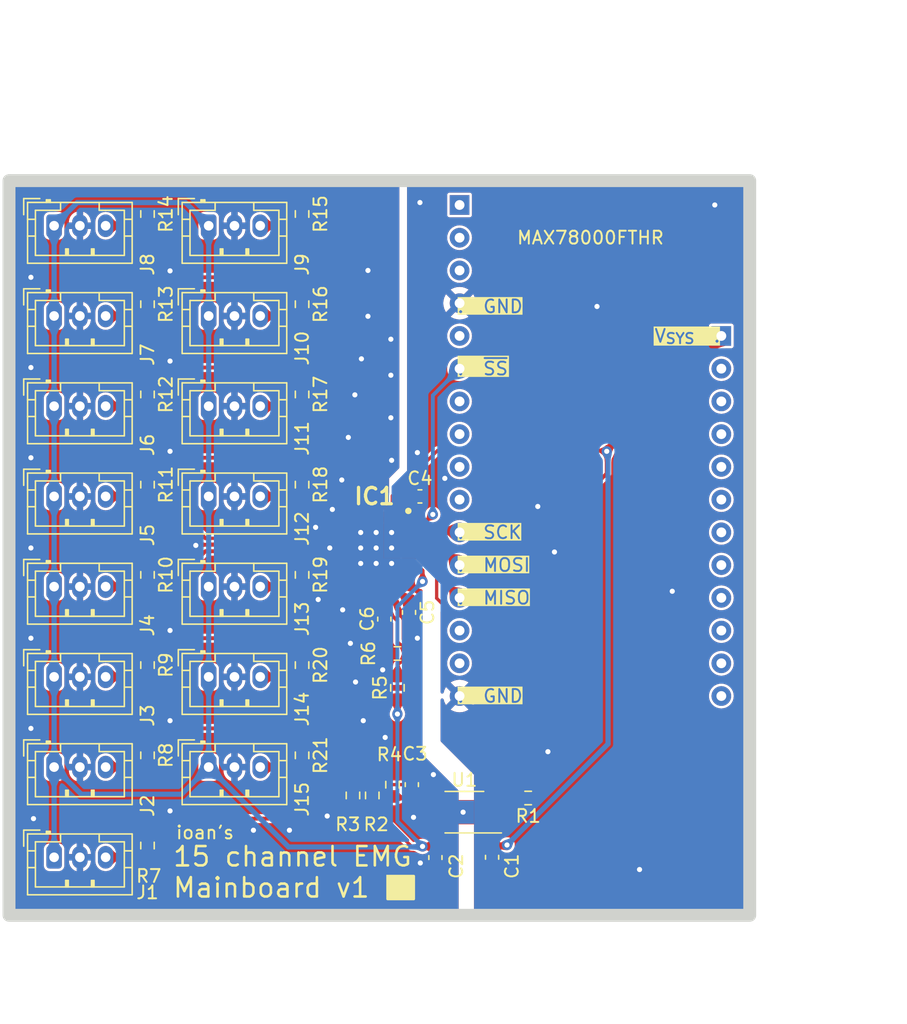
<source format=kicad_pcb>
(kicad_pcb (version 20221018) (generator pcbnew)
  (layers (0 "F.Cu" mixed) (31 "B.Cu" mixed) (34 "B.Paste" user) (35 "F.Paste" user) (36 "B.SilkS" user "B.Silkscreen") (37 "F.SilkS" user "F.Silkscreen") (38 "B.Mask" user) (39 "F.Mask" user) (44 "Edge.Cuts" user))
  (net 0 "")
  (net 1 "GND")
  (net 2 "SCK")
  (net 3 "MOSI")
  (net 4 "MISO")
  (net 6 "Net-(U1-ILIM)")
  (net 7 "Net-(U1-SET)")
  (net 8 "Net-(IC1-REGCAPD)")
  (net 9 "VDDA")
  (net 10 "Net-(IC1-REGCAPA)")
  (net 11 "V0")
  (net 12 "V1")
  (net 13 "V2")
  (net 14 "V3")
  (net 15 "V4")
  (net 16 "V5")
  (net 17 "V6")
  (net 18 "V7")
  (net 19 "V8")
  (net 20 "V9")
  (net 21 "V10")
  (net 22 "V11")
  (net 23 "V12")
  (net 24 "V13")
  (net 25 "V14")
  (net 26 "~{SS}")
  (net 27 "Net-(U1-PGFB)")
  (net 28 "VCC")
  (net 50 "COM")
  (footprint "Resistor_SMD:R_0603_1608Metric_Pad0.98x0.95mm_HandSolder" (layer "F.Cu") (at 101.25 71.0875 -90)
    (fp_text reference "R12" (at 0 -1.43 90) (layer "F.SilkS"))
    (fp_text value "1M")
    (pad "1" smd roundrect (at -0.9125 0 270) (size 0.975 0.95) (layers "F.Cu" "F.Paste" "F.Mask") (net 1 "GND"))
    (pad "2" smd roundrect (at 0.9125 0 270) (size 0.975 0.95) (layers "F.Cu" "F.Paste" "F.Mask") (net 16 "V5"))
  )
  (footprint "Capacitor_SMD:C_0603_1608Metric_Pad1.08x0.95mm_HandSolder" (layer "F.Cu") (at 121.77 101.3625 90)
    (fp_text reference "C3" (at 2.387499 0.25 180) (layer "F.SilkS"))
    (fp_text value "1uF")
    (pad "1" smd roundrect (at -0.8625 0 90) (size 1.075 0.95) (layers "F.Cu" "F.Paste" "F.Mask") (net 7 "Net-(U1-SET)"))
    (pad "2" smd roundrect (at 0.8625 0 90) (size 1.075 0.95) (layers "F.Cu" "F.Paste" "F.Mask") (net 1 "GND"))
  )
  (footprint "Connector_JST:JST_PH_B3B-PH-K_1x03_P2.00mm_Vertical" (layer "F.Cu") (at 94 58)
    (fp_text reference "J8" (at 7.25 3 90) (layer "F.SilkS"))
    (fp_text value "Conn_01x03")
    (pad "1" thru_hole roundrect (at 0 0) (size 1.2 1.75) (drill 0.75) (layers "*.Cu" "*.Mask") (roundrect_rratio 0.208333) (net 9 "VDDA"))
    (pad "2" thru_hole oval (at 2 0) (size 1.2 1.75) (drill 0.75) (layers "*.Cu" "*.Mask") (net 1 "GND"))
    (pad "3" thru_hole oval (at 4 0) (size 1.2 1.75) (drill 0.75) (layers "*.Cu" "*.Mask") (net 18 "V7"))
  )
  (footprint "Resistor_SMD:R_0603_1608Metric_Pad0.98x0.95mm_HandSolder" (layer "F.Cu") (at 120.27 101.3675 -90)
    (fp_text reference "R4" (at -2.3375 0.25 -180) (layer "F.SilkS"))
    (fp_text value "33.3k")
    (pad "1" smd roundrect (at -0.9125 0 270) (size 0.975 0.95) (layers "F.Cu" "F.Paste" "F.Mask") (net 1 "GND"))
    (pad "2" smd roundrect (at 0.9125 0 270) (size 0.975 0.95) (layers "F.Cu" "F.Paste" "F.Mask") (net 7 "Net-(U1-SET)"))
  )
  (footprint "Capacitor_SMD:C_0603_1608Metric_Pad1.08x0.95mm_HandSolder" (layer "F.Cu") (at 122.4 79 180)
    (fp_text reference "C4" (at 0 1.4) (layer "F.SilkS"))
    (fp_text value "0.1uF")
    (pad "1" smd roundrect (at -0.8625 0 180) (size 1.075 0.95) (layers "F.Cu" "F.Paste" "F.Mask") (net 1 "GND"))
    (pad "2" smd roundrect (at 0.8625 0 180) (size 1.075 0.95) (layers "F.Cu" "F.Paste" "F.Mask") (net 8 "Net-(IC1-REGCAPD)"))
  )
  (footprint "Capacitor_SMD:C_0603_1608Metric_Pad1.08x0.95mm_HandSolder" (layer "F.Cu") (at 128 107 -90)
    (fp_text reference "C1" (at 0.696 -1.54 -90) (layer "F.SilkS"))
    (fp_text value "4.7uF")
    (pad "1" smd roundrect (at -0.8625 0 270) (size 1.075 0.95) (layers "F.Cu" "F.Paste" "F.Mask") (net 28 "VCC"))
    (pad "2" smd roundrect (at 0.8625 0 270) (size 1.075 0.95) (layers "F.Cu" "F.Paste" "F.Mask") (net 1 "GND"))
  )
  (footprint "Connector_JST:JST_PH_B3B-PH-K_1x03_P2.00mm_Vertical" (layer "F.Cu") (at 94 86)
    (fp_text reference "J4" (at 7.25 3 90) (layer "F.SilkS"))
    (fp_text value "Conn_01x03")
    (pad "1" thru_hole roundrect (at 0 0) (size 1.2 1.75) (drill 0.75) (layers "*.Cu" "*.Mask") (roundrect_rratio 0.208333) (net 9 "VDDA"))
    (pad "2" thru_hole oval (at 2 0) (size 1.2 1.75) (drill 0.75) (layers "*.Cu" "*.Mask") (net 1 "GND"))
    (pad "3" thru_hole oval (at 4 0) (size 1.2 1.75) (drill 0.75) (layers "*.Cu" "*.Mask") (net 14 "V3"))
  )
  (footprint "Resistor_SMD:R_0603_1608Metric_Pad0.98x0.95mm_HandSolder" (layer "F.Cu") (at 120.65 91.186)
    (fp_text reference "R6" (at -2.25 0.014 90) (layer "F.SilkS"))
    (fp_text value "500k 1%")
    (pad "1" smd roundrect (at -0.9125 0) (size 0.975 0.95) (layers "F.Cu" "F.Paste" "F.Mask") (net 1 "GND"))
    (pad "2" smd roundrect (at 0.9125 0) (size 0.975 0.95) (layers "F.Cu" "F.Paste" "F.Mask") (net 50 "COM"))
  )
  (footprint "Connector_JST:JST_PH_B3B-PH-K_1x03_P2.00mm_Vertical" (layer "F.Cu") (at 106 79)
    (fp_text reference "J12" (at 7.25 2.5 90) (layer "F.SilkS"))
    (fp_text value "Conn_01x03")
    (pad "1" thru_hole roundrect (at 0 0) (size 1.2 1.75) (drill 0.75) (layers "*.Cu" "*.Mask") (roundrect_rratio 0.208333) (net 9 "VDDA"))
    (pad "2" thru_hole oval (at 2 0) (size 1.2 1.75) (drill 0.75) (layers "*.Cu" "*.Mask") (net 1 "GND"))
    (pad "3" thru_hole oval (at 4 0) (size 1.2 1.75) (drill 0.75) (layers "*.Cu" "*.Mask") (net 22 "V11"))
  )
  (footprint "Connector_JST:JST_PH_B3B-PH-K_1x03_P2.00mm_Vertical" (layer "F.Cu") (at 94 100)
    (fp_text reference "J2" (at 7.25 3 90) (layer "F.SilkS"))
    (fp_text value "Conn_01x03")
    (pad "1" thru_hole roundrect (at 0 0) (size 1.2 1.75) (drill 0.75) (layers "*.Cu" "*.Mask") (roundrect_rratio 0.208333) (net 9 "VDDA"))
    (pad "2" thru_hole oval (at 2 0) (size 1.2 1.75) (drill 0.75) (layers "*.Cu" "*.Mask") (net 1 "GND"))
    (pad "3" thru_hole oval (at 4 0) (size 1.2 1.75) (drill 0.75) (layers "*.Cu" "*.Mask") (net 12 "V1"))
  )
  (footprint "Resistor_SMD:R_0603_1608Metric_Pad0.98x0.95mm_HandSolder" (layer "F.Cu") (at 101.25 92.0875 -90)
    (fp_text reference "R9" (at 0 -1.43 90) (layer "F.SilkS"))
    (fp_text value "1M")
    (pad "1" smd roundrect (at -0.9125 0 270) (size 0.975 0.95) (layers "F.Cu" "F.Paste" "F.Mask") (net 1 "GND"))
    (pad "2" smd roundrect (at 0.9125 0 270) (size 0.975 0.95) (layers "F.Cu" "F.Paste" "F.Mask") (net 13 "V2"))
  )
  (footprint "Resistor_SMD:R_0603_1608Metric_Pad0.98x0.95mm_HandSolder" (layer "F.Cu") (at 113.25 85.0875 -90)
    (fp_text reference "R19" (at 0 -1.43 90) (layer "F.SilkS"))
    (fp_text value "1M")
    (pad "1" smd roundrect (at -0.9125 0 270) (size 0.975 0.95) (layers "F.Cu" "F.Paste" "F.Mask") (net 1 "GND"))
    (pad "2" smd roundrect (at 0.9125 0 270) (size 0.975 0.95) (layers "F.Cu" "F.Paste" "F.Mask") (net 23 "V12"))
  )
  (footprint "Connector_JST:JST_PH_B3B-PH-K_1x03_P2.00mm_Vertical" (layer "F.Cu") (at 106 58)
    (fp_text reference "J9" (at 7.25 3 90) (layer "F.SilkS"))
    (fp_text value "Conn_01x03")
    (pad "1" thru_hole roundrect (at 0 0) (size 1.2 1.75) (drill 0.75) (layers "*.Cu" "*.Mask") (roundrect_rratio 0.208333) (net 9 "VDDA"))
    (pad "2" thru_hole oval (at 2 0) (size 1.2 1.75) (drill 0.75) (layers "*.Cu" "*.Mask") (net 1 "GND"))
    (pad "3" thru_hole oval (at 4 0) (size 1.2 1.75) (drill 0.75) (layers "*.Cu" "*.Mask") (net 19 "V8"))
  )
  (footprint "Resistor_SMD:R_0603_1608Metric_Pad0.98x0.95mm_HandSolder" (layer "F.Cu") (at 113.25 64.0875 -90)
    (fp_text reference "R16" (at 0 -1.43 90) (layer "F.SilkS"))
    (fp_text value "1M")
    (pad "1" smd roundrect (at -0.9125 0 270) (size 0.975 0.95) (layers "F.Cu" "F.Paste" "F.Mask") (net 1 "GND"))
    (pad "2" smd roundrect (at 0.9125 0 270) (size 0.975 0.95) (layers "F.Cu" "F.Paste" "F.Mask") (net 20 "V9"))
  )
  (footprint "Resistor_SMD:R_0603_1608Metric_Pad0.98x0.95mm_HandSolder" (layer "F.Cu") (at 113.25 92.0875 -90)
    (fp_text reference "R20" (at 0 -1.43 90) (layer "F.SilkS"))
    (fp_text value "1M")
    (pad "1" smd roundrect (at -0.9125 0 270) (size 0.975 0.95) (layers "F.Cu" "F.Paste" "F.Mask") (net 1 "GND"))
    (pad "2" smd roundrect (at 0.9125 0 270) (size 0.975 0.95) (layers "F.Cu" "F.Paste" "F.Mask") (net 24 "V13"))
  )
  (footprint "Resistor_SMD:R_0603_1608Metric_Pad0.98x0.95mm_HandSolder" (layer "F.Cu") (at 101.25 106.0875 -90)
    (fp_text reference "R7" (at 2.3705 -0.096 -180) (layer "F.SilkS"))
    (fp_text value "1M")
    (pad "1" smd roundrect (at -0.9125 0 270) (size 0.975 0.95) (layers "F.Cu" "F.Paste" "F.Mask") (net 1 "GND"))
    (pad "2" smd roundrect (at 0.9125 0 270) (size 0.975 0.95) (layers "F.Cu" "F.Paste" "F.Mask") (net 11 "V0"))
  )
  (footprint "myo-hub:QFN50P500X500X100-33N-D" (layer "F.Cu") (at 119 83 -90)
    (fp_text reference "IC1" (at -4.006 0.128) (layer "F.SilkS") (effects (font (size 1.27 1.27) (thickness 0.254))))
    (fp_text value "AD7124-8BBCPZ-RL7" hide)
    (pad "1" smd rect (at -2.45 -1.75) (size 0.3 0.85) (layers "F.Cu" "F.Paste" "F.Mask") (net 8 "Net-(IC1-REGCAPD)"))
    (pad "2" smd rect (at -2.45 -1.25) (size 0.3 0.85) (layers "F.Cu" "F.Paste" "F.Mask") (net 28 "VCC"))
    (pad "3" smd rect (at -2.45 -0.75) (size 0.3 0.85) (layers "F.Cu" "F.Paste" "F.Mask") (net 1 "GND"))
    (pad "4" smd rect (at -2.45 -0.25) (size 0.3 0.85) (layers "F.Cu" "F.Paste" "F.Mask") (net 19 "V8"))
    (pad "5" smd rect (at -2.45 0.25) (size 0.3 0.85) (layers "F.Cu" "F.Paste" "F.Mask") (net 18 "V7"))
    (pad "6" smd rect (at -2.45 0.75) (size 0.3 0.85) (layers "F.Cu" "F.Paste" "F.Mask") (net 20 "V9"))
    (pad "7" smd rect (at -2.45 1.25) (size 0.3 0.85) (layers "F.Cu" "F.Paste" "F.Mask") (net 17 "V6"))
    (pad "8" smd rect (at -2.45 1.75) (size 0.3 0.85) (layers "F.Cu" "F.Paste" "F.Mask") (net 21 "V10"))
    (pad "9" smd rect (at -1.75 2.45 270) (size 0.3 0.85) (layers "F.Cu" "F.Paste" "F.Mask") (net 16 "V5"))
    (pad "10" smd rect (at -1.25 2.45 270) (size 0.3 0.85) (layers "F.Cu" "F.Paste" "F.Mask") (net 22 "V11"))
    (pad "11" smd rect (at -0.75 2.45 270) (size 0.3 0.85) (layers "F.Cu" "F.Paste" "F.Mask") (net 15 "V4"))
    (pad "12" smd rect (at -0.25 2.45 270) (size 0.3 0.85) (layers "F.Cu" "F.Paste" "F.Mask") (net 1 "GND"))
    (pad "13" smd rect (at 0.25 2.45 270) (size 0.3 0.85) (layers "F.Cu" "F.Paste" "F.Mask") (net 1 "GND"))
    (pad "14" smd rect (at 0.75 2.45 270) (size 0.3 0.85) (layers "F.Cu" "F.Paste" "F.Mask") (net 14 "V3"))
    (pad "15" smd rect (at 1.25 2.45 270) (size 0.3 0.85) (layers "F.Cu" "F.Paste" "F.Mask") (net 23 "V12"))
    (pad "16" smd rect (at 1.75 2.45 270) (size 0.3 0.85) (layers "F.Cu" "F.Paste" "F.Mask") (net 13 "V2"))
    (pad "17" smd rect (at 2.45 1.75) (size 0.3 0.85) (layers "F.Cu" "F.Paste" "F.Mask") (net 24 "V13"))
    (pad "18" smd rect (at 2.45 1.25) (size 0.3 0.85) (layers "F.Cu" "F.Paste" "F.Mask") (net 12 "V1"))
    (pad "19" smd rect (at 2.45 0.75) (size 0.3 0.85) (layers "F.Cu" "F.Paste" "F.Mask") (net 25 "V14"))
    (pad "20" smd rect (at 2.45 0.25) (size 0.3 0.85) (layers "F.Cu" "F.Paste" "F.Mask") (net 11 "V0"))
    (pad "21" smd rect (at 2.45 -0.25) (size 0.3 0.85) (layers "F.Cu" "F.Paste" "F.Mask") (net 50 "COM"))
    (pad "22" smd rect (at 2.45 -0.75) (size 0.3 0.85) (layers "F.Cu" "F.Paste" "F.Mask") (net 1 "GND"))
    (pad "23" smd rect (at 2.45 -1.25) (size 0.3 0.85) (layers "F.Cu" "F.Paste" "F.Mask") (net 1 "GND"))
    (pad "24" smd rect (at 2.45 -1.75) (size 0.3 0.85) (layers "F.Cu" "F.Paste" "F.Mask") (net 10 "Net-(IC1-REGCAPA)"))
    (pad "25" smd rect (at 1.75 -2.45 270) (size 0.3 0.85) (layers "F.Cu" "F.Paste" "F.Mask") (net 1 "GND"))
    (pad "26" smd rect (at 1.25 -2.45 270) (size 0.3 0.85) (layers "F.Cu" "F.Paste" "F.Mask") (net 9 "VDDA"))
    (pad "27" smd rect (at 0.75 -2.45 270) (size 0.3 0.85) (layers "F.Cu" "F.Paste" "F.Mask") (net 28 "VCC"))
    (pad "28" smd rect (at 0.25 -2.45 270) (size 0.3 0.85) (layers "F.Cu" "F.Paste" "F.Mask") (net 4 "MISO"))
    (pad "29" smd rect (at -0.25 -2.45 270) (size 0.3 0.85) (layers "F.Cu" "F.Paste" "F.Mask") (net 3 "MOSI"))
    (pad "30" smd rect (at -0.75 -2.45 270) (size 0.3 0.85) (layers "F.Cu" "F.Paste" "F.Mask") (net 2 "SCK"))
    (pad "31" smd rect (at -1.25 -2.45 270) (size 0.3 0.85) (layers "F.Cu" "F.Paste" "F.Mask") (net 1 "GND"))
    (pad "32" smd rect (at -1.75 -2.45 270) (size 0.3 0.85) (layers "F.Cu" "F.Paste" "F.Mask") (net 26 "~{SS}"))
    (pad "33" smd rect (at 0 0 270) (size 3.7 3.7) (layers "F.Cu" "F.Paste" "F.Mask") (net 1 "GND"))
  )
  (footprint "Capacitor_SMD:C_0603_1608Metric_Pad1.08x0.95mm_HandSolder" (layer "F.Cu") (at 121.550002 88 -90)
    (fp_text reference "C5" (at 0 -1.43 90) (layer "F.SilkS"))
    (fp_text value "0.1uF")
    (pad "1" smd roundrect (at -0.8625 0 270) (size 1.075 0.95) (layers "F.Cu" "F.Paste" "F.Mask") (net 10 "Net-(IC1-REGCAPA)"))
    (pad "2" smd roundrect (at 0.8625 0 270) (size 1.075 0.95) (layers "F.Cu" "F.Paste" "F.Mask") (net 1 "GND"))
  )
  (footprint "Capacitor_SMD:C_0603_1608Metric_Pad1.08x0.95mm_HandSolder" (layer "F.Cu") (at 119.634 88.519 -90)
    (fp_text reference "C6" (at -0.019 1.334 -90) (layer "F.SilkS"))
    (fp_text value "0.1uF")
    (pad "1" smd roundrect (at -0.8625 0 270) (size 1.075 0.95) (layers "F.Cu" "F.Paste" "F.Mask") (net 50 "COM"))
    (pad "2" smd roundrect (at 0.8625 0 270) (size 1.075 0.95) (layers "F.Cu" "F.Paste" "F.Mask") (net 1 "GND"))
  )
  (footprint "Resistor_SMD:R_0603_1608Metric_Pad0.98x0.95mm_HandSolder" (layer "F.Cu") (at 101.25 57.0875 -90)
    (fp_text reference "R14" (at 0 -1.43 90) (layer "F.SilkS"))
    (fp_text value "1M")
    (pad "1" smd roundrect (at -0.9125 0 270) (size 0.975 0.95) (layers "F.Cu" "F.Paste" "F.Mask") (net 1 "GND"))
    (pad "2" smd roundrect (at 0.9125 0 270) (size 0.975 0.95) (layers "F.Cu" "F.Paste" "F.Mask") (net 18 "V7"))
  )
  (footprint "Capacitor_SMD:C_0603_1608Metric_Pad1.08x0.95mm_HandSolder" (layer "F.Cu") (at 123.6 107.02 -90)
    (fp_text reference "C2" (at 0.676 -1.622 -90) (layer "F.SilkS"))
    (fp_text value "4.7uF")
    (pad "1" smd roundrect (at -0.8625 0 270) (size 1.075 0.95) (layers "F.Cu" "F.Paste" "F.Mask") (net 9 "VDDA"))
    (pad "2" smd roundrect (at 0.8625 0 270) (size 1.075 0.95) (layers "F.Cu" "F.Paste" "F.Mask") (net 1 "GND"))
  )
  (footprint "Resistor_SMD:R_0603_1608Metric_Pad0.98x0.95mm_HandSolder" (layer "F.Cu") (at 130.8 102.4 180)
    (fp_text reference "R1" (at 0 -1.4 180) (layer "F.SilkS"))
    (fp_text value "5k")
    (pad "1" smd roundrect (at -0.9125 0 180) (size 0.975 0.95) (layers "F.Cu" "F.Paste" "F.Mask") (net 1 "GND"))
    (pad "2" smd roundrect (at 0.9125 0 180) (size 0.975 0.95) (layers "F.Cu" "F.Paste" "F.Mask") (net 6 "Net-(U1-ILIM)"))
  )
  (footprint "Resistor_SMD:R_0603_1608Metric_Pad0.98x0.95mm_HandSolder" (layer "F.Cu") (at 117.2 102.2 90)
    (fp_text reference "R3" (at -2.25 -0.4) (layer "F.SilkS"))
    (fp_text value "50k")
    (pad "1" smd roundrect (at -0.9125 0 90) (size 0.975 0.95) (layers "F.Cu" "F.Paste" "F.Mask") (net 1 "GND"))
    (pad "2" smd roundrect (at 0.9125 0 90) (size 0.975 0.95) (layers "F.Cu" "F.Paste" "F.Mask") (net 27 "Net-(U1-PGFB)"))
  )
  (footprint "Resistor_SMD:R_0603_1608Metric_Pad0.98x0.95mm_HandSolder" (layer "F.Cu") (at 120.65 93.853 -90)
    (fp_text reference "R5" (at 0 1.35 90) (layer "F.SilkS"))
    (fp_text value "500k 1%")
    (pad "1" smd roundrect (at -0.9125 0 270) (size 0.975 0.95) (layers "F.Cu" "F.Paste" "F.Mask") (net 50 "COM"))
    (pad "2" smd roundrect (at 0.9125 0 270) (size 0.975 0.95) (layers "F.Cu" "F.Paste" "F.Mask") (net 9 "VDDA"))
  )
  (footprint "Resistor_SMD:R_0603_1608Metric_Pad0.98x0.95mm_HandSolder" (layer "F.Cu") (at 113.25 78.0875 -90)
    (fp_text reference "R18" (at 0 -1.43 90) (layer "F.SilkS"))
    (fp_text value "1M")
    (pad "1" smd roundrect (at -0.9125 0 270) (size 0.975 0.95) (layers "F.Cu" "F.Paste" "F.Mask") (net 1 "GND"))
    (pad "2" smd roundrect (at 0.9125 0 270) (size 0.975 0.95) (layers "F.Cu" "F.Paste" "F.Mask") (net 22 "V11"))
  )
  (footprint "Connector_JST:JST_PH_B3B-PH-K_1x03_P2.00mm_Vertical" (layer "F.Cu") (at 106 72)
    (fp_text reference "J11" (at 7.25 2.5 90) (layer "F.SilkS"))
    (fp_text value "Conn_01x03")
    (pad "1" thru_hole roundrect (at 0 0) (size 1.2 1.75) (drill 0.75) (layers "*.Cu" "*.Mask") (roundrect_rratio 0.208333) (net 9 "VDDA"))
    (pad "2" thru_hole oval (at 2 0) (size 1.2 1.75) (drill 0.75) (layers "*.Cu" "*.Mask") (net 1 "GND"))
    (pad "3" thru_hole oval (at 4 0) (size 1.2 1.75) (drill 0.75) (layers "*.Cu" "*.Mask") (net 21 "V10"))
  )
  (footprint "Resistor_SMD:R_0603_1608Metric_Pad0.98x0.95mm_HandSolder" (layer "F.Cu") (at 113.25 57.0875 -90)
    (fp_text reference "R15" (at 0 -1.43 90) (layer "F.SilkS"))
    (fp_text value "1M")
    (pad "1" smd roundrect (at -0.9125 0 270) (size 0.975 0.95) (layers "F.Cu" "F.Paste" "F.Mask") (net 1 "GND"))
    (pad "2" smd roundrect (at 0.9125 0 270) (size 0.975 0.95) (layers "F.Cu" "F.Paste" "F.Mask") (net 19 "V8"))
  )
  (footprint "Connector_JST:JST_PH_B3B-PH-K_1x03_P2.00mm_Vertical" (layer "F.Cu") (at 94 78.999999)
    (fp_text reference "J5" (at 7.25 3.000001 90) (layer "F.SilkS"))
    (fp_text value "Conn_01x03")
    (pad "1" thru_hole roundrect (at 0 0) (size 1.2 1.75) (drill 0.75) (layers "*.Cu" "*.Mask") (roundrect_rratio 0.208333) (net 9 "VDDA"))
    (pad "2" thru_hole oval (at 2 0) (size 1.2 1.75) (drill 0.75) (layers "*.Cu" "*.Mask") (net 1 "GND"))
    (pad "3" thru_hole oval (at 4 0) (size 1.2 1.75) (drill 0.75) (layers "*.Cu" "*.Mask") (net 15 "V4"))
  )
  (footprint "Connector_JST:JST_PH_B3B-PH-K_1x03_P2.00mm_Vertical" (layer "F.Cu") (at 106 93)
    (fp_text reference "J14" (at 7.25 2.5 90) (layer "F.SilkS"))
    (fp_text value "Conn_01x03")
    (pad "1" thru_hole roundrect (at 0 0) (size 1.2 1.75) (drill 0.75) (layers "*.Cu" "*.Mask") (roundrect_rratio 0.208333) (net 9 "VDDA"))
    (pad "2" thru_hole oval (at 2 0) (size 1.2 1.75) (drill 0.75) (layers "*.Cu" "*.Mask") (net 1 "GND"))
    (pad "3" thru_hole oval (at 4 0) (size 1.2 1.75) (drill 0.75) (layers "*.Cu" "*.Mask") (net 24 "V13"))
  )
  (footprint "myo-hub:MAX78000FTHR_Socket" (layer "F.Cu") (at 135.636 76.708)
    (fp_text reference "U2" hide)
    (fp_text value "~")
    (pad "1" thru_hole rect (at -10.16 -20.32) (size 1.524 1.524) (drill 0.762) (layers "*.Cu" "*.Mask"))
    (pad "2" thru_hole circle (at -10.16 -17.78) (size 1.524 1.524) (drill 0.762) (layers "*.Cu" "*.Mask"))
    (pad "3" thru_hole circle (at -10.16 -15.24) (size 1.524 1.524) (drill 0.762) (layers "*.Cu" "*.Mask"))
    (pad "4" thru_hole circle (at -10.16 -12.7) (size 1.524 1.524) (drill 0.762) (layers "*.Cu" "*.Mask") (net 1 "GND"))
    (pad "5" thru_hole circle (at -10.16 -10.16) (size 1.524 1.524) (drill 0.762) (layers "*.Cu" "*.Mask"))
    (pad "6" thru_hole circle (at -10.16 -7.62) (size 1.524 1.524) (drill 0.762) (layers "*.Cu" "*.Mask") (net 26 "~{SS}"))
    (pad "7" thru_hole circle (at -10.16 -5.08) (size 1.524 1.524) (drill 0.762) (layers "*.Cu" "*.Mask"))
    (pad "8" thru_hole circle (at -10.16 -2.54) (size 1.524 1.524) (drill 0.762) (layers "*.Cu" "*.Mask"))
    (pad "9" thru_hole circle (at -10.16 0) (size 1.524 1.524) (drill 0.762) (layers "*.Cu" "*.Mask"))
    (pad "10" thru_hole circle (at -10.16 2.54) (size 1.524 1.524) (drill 0.762) (layers "*.Cu" "*.Mask"))
    (pad "11" thru_hole circle (at -10.16 5.08) (size 1.524 1.524) (drill 0.762) (layers "*.Cu" "*.Mask") (net 2 "SCK"))
    (pad "12" thru_hole circle (at -10.16 7.62) (size 1.524 1.524) (drill 0.762) (layers "*.Cu" "*.Mask") (net 3 "MOSI"))
    (pad "13" thru_hole circle (at -10.16 10.16) (size 1.524 1.524) (drill 0.762) (layers "*.Cu" "*.Mask") (net 4 "MISO"))
    (pad "14" thru_hole circle (at -10.16 12.7) (size 1.524 1.524) (drill 0.762) (layers "*.Cu" "*.Mask"))
    (pad "15" thru_hole circle (at -10.16 15.24) (size 1.524 1.524) (drill 0.762) (layers "*.Cu" "*.Mask"))
    (pad "16" thru_hole circle (at -10.16 17.78) (size 1.524 1.524) (drill 0.762) (layers "*.Cu" "*.Mask") (net 1 "GND"))
    (pad "17" thru_hole rect (at 10.16 -10.16) (size 1.524 1.524) (drill 0.762) (layers "*.Cu" "*.Mask") (net 28 "VCC"))
    (pad "18" thru_hole circle (at 10.16 -7.62) (size 1.524 1.524) (drill 0.762) (layers "*.Cu" "*.Mask"))
    (pad "19" thru_hole circle (at 10.16 -5.08) (size 1.524 1.524) (drill 0.762) (layers "*.Cu" "*.Mask"))
    (pad "20" thru_hole circle (at 10.16 -2.54) (size 1.524 1.524) (drill 0.762) (layers "*.Cu" "*.Mask"))
    (pad "21" thru_hole circle (at 10.16 0) (size 1.524 1.524) (drill 0.762) (layers "*.Cu" "*.Mask"))
    (pad "22" thru_hole circle (at 10.16 2.54) (size 1.524 1.524) (drill 0.762) (layers "*.Cu" "*.Mask"))
    (pad "23" thru_hole circle (at 10.16 5.08) (size 1.524 1.524) (drill 0.762) (layers "*.Cu" "*.Mask"))
    (pad "24" thru_hole circle (at 10.16 7.62) (size 1.524 1.524) (drill 0.762) (layers "*.Cu" "*.Mask"))
    (pad "25" thru_hole circle (at 10.16 10.16) (size 1.524 1.524) (drill 0.762) (layers "*.Cu" "*.Mask"))
    (pad "26" thru_hole circle (at 10.16 12.7) (size 1.524 1.524) (drill 0.762) (layers "*.Cu" "*.Mask"))
    (pad "27" thru_hole circle (at 10.16 15.24) (size 1.524 1.524) (drill 0.762) (layers "*.Cu" "*.Mask"))
    (pad "28" thru_hole circle (at 10.16 17.78) (size 1.524 1.524) (drill 0.762) (layers "*.Cu" "*.Mask"))
  )
  (footprint "Connector_JST:JST_PH_B3B-PH-K_1x03_P2.00mm_Vertical" (layer "F.Cu") (at 106 100)
    (fp_text reference "J15" (at 7.25 2.5 90) (layer "F.SilkS"))
    (fp_text value "Conn_01x03")
    (pad "1" thru_hole roundrect (at 0 0) (size 1.2 1.75) (drill 0.75) (layers "*.Cu" "*.Mask") (roundrect_rratio 0.208333) (net 9 "VDDA"))
    (pad "2" thru_hole oval (at 2 0) (size 1.2 1.75) (drill 0.75) (layers "*.Cu" "*.Mask") (net 1 "GND"))
    (pad "3" thru_hole oval (at 4 0) (size 1.2 1.75) (drill 0.75) (layers "*.Cu" "*.Mask") (net 25 "V14"))
  )
  (footprint "Resistor_SMD:R_0603_1608Metric_Pad0.98x0.95mm_HandSolder" (layer "F.Cu") (at 118.7 102.2 -90)
    (fp_text reference "R2" (at 2.25 -0.3) (layer "F.SilkS"))
    (fp_text value "450k")
    (pad "1" smd roundrect (at -0.9125 0 270) (size 0.975 0.95) (layers "F.Cu" "F.Paste" "F.Mask") (net 27 "Net-(U1-PGFB)"))
    (pad "2" smd roundrect (at 0.9125 0 270) (size 0.975 0.95) (layers "F.Cu" "F.Paste" "F.Mask") (net 9 "VDDA"))
  )
  (footprint "Resistor_SMD:R_0603_1608Metric_Pad0.98x0.95mm_HandSolder" (layer "F.Cu") (at 101.25 64.0875 -90)
    (fp_text reference "R13" (at 0 -1.43 90) (layer "F.SilkS"))
    (fp_text value "1M")
    (pad "1" smd roundrect (at -0.9125 0 270) (size 0.975 0.95) (layers "F.Cu" "F.Paste" "F.Mask") (net 1 "GND"))
    (pad "2" smd roundrect (at 0.9125 0 270) (size 0.975 0.95) (layers "F.Cu" "F.Paste" "F.Mask") (net 17 "V6"))
  )
  (footprint "Package_SO:MSOP-10-1EP_3x3mm_P0.5mm_EP1.68x1.88mm" (layer "F.Cu") (at 125.85 103.5 180)
    (fp_text reference "U1" (at 0 2.5) (layer "F.SilkS"))
    (fp_text value "LT3042xMSE")
    (pad "1" smd roundrect (at -2.15 -1 180) (size 1.45 0.3) (layers "F.Cu" "F.Paste" "F.Mask") (net 28 "VCC"))
    (pad "2" smd roundrect (at -2.15 -0.5 180) (size 1.45 0.3) (layers "F.Cu" "F.Paste" "F.Mask") (net 28 "VCC"))
    (pad "3" smd roundrect (at -2.15 0 180) (size 1.45 0.3) (layers "F.Cu" "F.Paste" "F.Mask") (net 28 "VCC"))
    (pad "4" smd roundrect (at -2.15 0.5 180) (size 1.45 0.3) (layers "F.Cu" "F.Paste" "F.Mask"))
    (pad "5" smd roundrect (at -2.15 1 180) (size 1.45 0.3) (layers "F.Cu" "F.Paste" "F.Mask") (net 6 "Net-(U1-ILIM)"))
    (pad "6" smd roundrect (at 2.15 1 180) (size 1.45 0.3) (layers "F.Cu" "F.Paste" "F.Mask") (net 27 "Net-(U1-PGFB)"))
    (pad "7" smd roundrect (at 2.15 0.5 180) (size 1.45 0.3) (layers "F.Cu" "F.Paste" "F.Mask") (net 7 "Net-(U1-SET)"))
    (pad "8" smd roundrect (at 2.15 0 180) (size 1.45 0.3) (layers "F.Cu" "F.Paste" "F.Mask") (net 1 "GND"))
    (pad "9" smd roundrect (at 2.15 -0.5 180) (size 1.45 0.3) (layers "F.Cu" "F.Paste" "F.Mask") (net 9 "VDDA"))
    (pad "10" smd roundrect (at 2.15 -1 180) (size 1.45 0.3) (layers "F.Cu" "F.Paste" "F.Mask") (net 9 "VDDA"))
    (pad "11" smd rect (at 0 0 180) (size 1.68 1.88) (layers "F.Cu" "F.Mask") (net 1 "GND"))
  )
  (footprint "Connector_JST:JST_PH_B3B-PH-K_1x03_P2.00mm_Vertical" (layer "F.Cu") (at 94 92.999999)
    (fp_text reference "J3" (at 7.25 3.000001 90) (layer "F.SilkS"))
    (fp_text value "Conn_01x03")
    (pad "1" thru_hole roundrect (at 0 0) (size 1.2 1.75) (drill 0.75) (layers "*.Cu" "*.Mask") (roundrect_rratio 0.208333) (net 9 "VDDA"))
    (pad "2" thru_hole oval (at 2 0) (size 1.2 1.75) (drill 0.75) (layers "*.Cu" "*.Mask") (net 1 "GND"))
    (pad "3" thru_hole oval (at 4 0) (size 1.2 1.75) (drill 0.75) (layers "*.Cu" "*.Mask") (net 13 "V2"))
  )
  (footprint "Connector_JST:JST_PH_B3B-PH-K_1x03_P2.00mm_Vertical" (layer "F.Cu") (at 94 107)
    (fp_text reference "J1" (at 7.25 2.728 180) (layer "F.SilkS"))
    (fp_text value "Conn_01x03")
    (pad "1" thru_hole roundrect (at 0 0) (size 1.2 1.75) (drill 0.75) (layers "*.Cu" "*.Mask") (roundrect_rratio 0.208333) (net 9 "VDDA"))
    (pad "2" thru_hole oval (at 2 0) (size 1.2 1.75) (drill 0.75) (layers "*.Cu" "*.Mask") (net 1 "GND"))
    (pad "3" thru_hole oval (at 4 0) (size 1.2 1.75) (drill 0.75) (layers "*.Cu" "*.Mask") (net 11 "V0"))
  )
  (footprint "Connector_JST:JST_PH_B3B-PH-K_1x03_P2.00mm_Vertical" (layer "F.Cu") (at 106 86)
    (fp_text reference "J13" (at 7.25 2.5 90) (layer "F.SilkS"))
    (fp_text value "Conn_01x03")
    (pad "1" thru_hole roundrect (at 0 0) (size 1.2 1.75) (drill 0.75) (layers "*.Cu" "*.Mask") (roundrect_rratio 0.208333) (net 9 "VDDA"))
    (pad "2" thru_hole oval (at 2 0) (size 1.2 1.75) (drill 0.75) (layers "*.Cu" "*.Mask") (net 1 "GND"))
    (pad "3" thru_hole oval (at 4 0) (size 1.2 1.75) (drill 0.75) (layers "*.Cu" "*.Mask") (net 23 "V12"))
  )
  (footprint "Resistor_SMD:R_0603_1608Metric_Pad0.98x0.95mm_HandSolder" (layer "F.Cu") (at 101.25 78.0875 -90)
    (fp_text reference "R11" (at 0 -1.43 90) (layer "F.SilkS"))
    (fp_text value "1M")
    (pad "1" smd roundrect (at -0.9125 0 270) (size 0.975 0.95) (layers "F.Cu" "F.Paste" "F.Mask") (net 1 "GND"))
    (pad "2" smd roundrect (at 0.9125 0 270) (size 0.975 0.95) (layers "F.Cu" "F.Paste" "F.Mask") (net 15 "V4"))
  )
  (footprint "Resistor_SMD:R_0603_1608Metric_Pad0.98x0.95mm_HandSolder" (layer "F.Cu") (at 113.25 99.0875 -90)
    (fp_text reference "R21" (at 0 -1.43 90) (layer "F.SilkS"))
    (fp_text value "1M")
    (pad "1" smd roundrect (at -0.9125 0 270) (size 0.975 0.95) (layers "F.Cu" "F.Paste" "F.Mask") (net 1 "GND"))
    (pad "2" smd roundrect (at 0.9125 0 270) (size 0.975 0.95) (layers "F.Cu" "F.Paste" "F.Mask") (net 25 "V14"))
  )
  (footprint "Connector_JST:JST_PH_B3B-PH-K_1x03_P2.00mm_Vertical" (layer "F.Cu") (at 94 65)
    (fp_text reference "J7" (at 7.25 3 90) (layer "F.SilkS"))
    (fp_text value "Conn_01x03")
    (pad "1" thru_hole roundrect (at 0 0) (size 1.2 1.75) (drill 0.75) (layers "*.Cu" "*.Mask") (roundrect_rratio 0.208333) (net 9 "VDDA"))
    (pad "2" thru_hole oval (at 2 0) (size 1.2 1.75) (drill 0.75) (layers "*.Cu" "*.Mask") (net 1 "GND"))
    (pad "3" thru_hole oval (at 4 0) (size 1.2 1.75) (drill 0.75) (layers "*.Cu" "*.Mask") (net 17 "V6"))
  )
  (footprint "Resistor_SMD:R_0603_1608Metric_Pad0.98x0.95mm_HandSolder" (layer "F.Cu") (at 101.25 85.0875 -90)
    (fp_text reference "R10" (at 0 -1.43 90) (layer "F.SilkS"))
    (fp_text value "1M")
    (pad "1" smd roundrect (at -0.9125 0 270) (size 0.975 0.95) (layers "F.Cu" "F.Paste" "F.Mask") (net 1 "GND"))
    (pad "2" smd roundrect (at 0.9125 0 270) (size 0.975 0.95) (layers "F.Cu" "F.Paste" "F.Mask") (net 14 "V3"))
  )
  (footprint "Connector_JST:JST_PH_B3B-PH-K_1x03_P2.00mm_Vertical" (layer "F.Cu") (at 106 65)
    (fp_text reference "J10" (at 7.25 2.5 90) (layer "F.SilkS"))
    (fp_text value "Conn_01x03")
    (pad "1" thru_hole roundrect (at 0 0) (size 1.2 1.75) (drill 0.75) (layers "*.Cu" "*.Mask") (roundrect_rratio 0.208333) (net 9 "VDDA"))
    (pad "2" thru_hole oval (at 2 0) (size 1.2 1.75) (drill 0.75) (layers "*.Cu" "*.Mask") (net 1 "GND"))
    (pad "3" thru_hole oval (at 4 0) (size 1.2 1.75) (drill 0.75) (layers "*.Cu" "*.Mask") (net 20 "V9"))
  )
  (footprint "Resistor_SMD:R_0603_1608Metric_Pad0.98x0.95mm_HandSolder" (layer "F.Cu") (at 113.25 71.0875 -90)
    (fp_text reference "R17" (at 0 -1.43 90) (layer "F.SilkS"))
    (fp_text value "1M")
    (pad "1" smd roundrect (at -0.9125 0 270) (size 0.975 0.95) (layers "F.Cu" "F.Paste" "F.Mask") (net 1 "GND"))
    (pad "2" smd roundrect (at 0.9125 0 270) (size 0.975 0.95) (layers "F.Cu" "F.Paste" "F.Mask") (net 21 "V10"))
  )
  (footprint "Connector_JST:JST_PH_B3B-PH-K_1x03_P2.00mm_Vertical" (layer "F.Cu") (at 94 72)
    (fp_text reference "J6" (at 7.25 3 90) (layer "F.SilkS"))
    (fp_text value "Conn_01x03")
    (pad "1" thru_hole roundrect (at 0 0) (size 1.2 1.75) (drill 0.75) (layers "*.Cu" "*.Mask") (roundrect_rratio 0.208333) (net 9 "VDDA"))
    (pad "2" thru_hole oval (at 2 0) (size 1.2 1.75) (drill 0.75) (layers "*.Cu" "*.Mask") (net 1 "GND"))
    (pad "3" thru_hole oval (at 4 0) (size 1.2 1.75) (drill 0.75) (layers "*.Cu" "*.Mask") (net 16 "V5"))
  )
  (footprint "Resistor_SMD:R_0603_1608Metric_Pad0.98x0.95mm_HandSolder" (layer "F.Cu") (at 101.25 99.0875 -90)
    (fp_text reference "R8" (at 0 -1.43 90) (layer "F.SilkS"))
    (fp_text value "1M")
    (pad "1" smd roundrect (at -0.9125 0 270) (size 0.975 0.95) (layers "F.Cu" "F.Paste" "F.Mask") (net 1 "GND"))
    (pad "2" smd roundrect (at 0.9125 0 270) (size 0.975 0.95) (layers "F.Cu" "F.Paste" "F.Mask") (net 12 "V1"))
  )
  (gr_rect (start 119.888 108.458) (end 121.92 110.236) (stroke (width 0.2)) (fill solid) (layer "F.SilkS"))
  (gr_rect (start 90.5 54.5) (end 148 111.5) (stroke (width 1)) (fill none) (layer "Edge.Cuts"))
  (gr_text ".  GND" (at 125.222 64.262) (layer "F.SilkS" knockout) (effects (font (size 1 1)) (justify left)))
  (gr_text ".  SCK" (at 125.222 81.788) (layer "F.SilkS" knockout) (effects (font (size 1 1)) (justify left)))
  (gr_text ".  GND" (at 125.222 94.488) (layer "F.SilkS" knockout) (effects (font (size 1 1)) (justify left)))
  (gr_text "ioan's" (at 103.378 105.664) (layer "F.SilkS") (effects (font (size 1 1)) (justify left bottom)))
  (gr_text "MAX78000FTHR" (at 135.636 58.928) (layer "F.SilkS") (effects (font (size 1 1))))
  (gr_text "15 channel EMG\nMainboard v1" (at 103.124 110.236) (layer "F.SilkS") (effects (font (size 1.5 1.5) (thickness 0.2)) (justify left bottom)))
  (gr_text ".  MOSI" (at 125.222 84.328) (layer "F.SilkS" knockout) (effects (font (size 1 1)) (justify left)))
  (gr_text ".  MISO" (at 125.222 86.868) (layer "F.SilkS" knockout) (effects (font (size 1 1)) (justify left)))
  (gr_text "V_{SYS}  ." (at 145.796 66.548) (layer "F.SilkS" knockout) (effects (font (size 1 1)) (justify right)))
  (gr_text ".  ~{SS}" (at 125.222 69.088) (layer "F.SilkS" knockout) (effects (font (size 1 1)) (justify left)))
  (via (at 116.332 77.724) (size 0.8) (drill 0.4) (layers "F.Cu" "B.Cu") (net 1))
  (via (at 92.2 76) (size 0.8) (drill 0.4) (layers "F.Cu" "B.Cu") (net 1))
  (via (at 109.474 104.902) (size 0.8) (drill 0.4) (layers "F.Cu" "B.Cu") (net 1))
  (via (at 117 90.400002) (size 0.8) (drill 0.4) (layers "F.Cu" "B.Cu") (net 1))
  (via (at 119 84.2) (size 0.8) (drill 0.4) (layers "F.Cu" "B.Cu") (net 1))
  (via (at 92.4 104) (size 0.8) (drill 0.4) (layers "F.Cu" "B.Cu") (net 1))
  (via (at 122.2 75.6) (size 0.8) (drill 0.4) (layers "F.Cu" "B.Cu") (net 1))
  (via (at 125.75 103.5) (size 0.8) (drill 0.4) (layers "F.Cu" "B.Cu") (net 1))
  (via (at 117.348 71.12) (size 0.8) (drill 0.4) (layers "F.Cu" "B.Cu") (net 1))
  (via (at 92.2 97) (size 0.8) (drill 0.4) (layers "F.Cu" "B.Cu") (net 1))
  (via (at 117.8 83) (size 0.8) (drill 0.4) (layers "F.Cu" "B.Cu") (net 1))
  (via (at 120.2 84.2) (size 0.8) (drill 0.4) (layers "F.Cu" "B.Cu") (net 1))
  (via (at 92.2 62) (size 0.8) (drill 0.4) (layers "F.Cu" "B.Cu") (net 1))
  (via (at 120.2 83) (size 0.8) (drill 0.4) (layers "F.Cu" "B.Cu") (net 1))
  (via (at 139.446 107.95) (size 0.8) (drill 0.4) (layers "F.Cu" "B.Cu") (net 1))
  (via (at 120.2 81.8) (size 0.8) (drill 0.4) (layers "F.Cu" "B.Cu") (net 1))
  (via (at 114.3 81.4) (size 0.8) (drill 0.4) (layers "F.Cu" "B.Cu") (net 1))
  (via (at 119.7 97.7) (size 0.8) (drill 0.4) (layers "F.Cu" "B.Cu") (net 1))
  (via (at 132.334 98.806) (size 0.8) (drill 0.4) (layers "F.Cu" "B.Cu") (net 1))
  (via (at 103 103.4) (size 0.8) (drill 0.4) (layers "F.Cu" "B.Cu") (net 1))
  (via (at 122.428 107.442) (size 0.8) (drill 0.4) (layers "F.Cu" "B.Cu") (net 1))
  (via (at 117.8 81.8) (size 0.8) (drill 0.4) (layers "F.Cu" "B.Cu") (net 1))
  (via (at 120.142 72.898) (size 0.8) (drill 0.4) (layers "F.Cu" "B.Cu") (net 1))
  (via (at 119.507 92.456) (size 0.8) (drill 0.4) (layers "F.Cu" "B.Cu") (net 1))
  (via (at 120.142 66.802) (size 0.8) (drill 0.4) (layers "F.Cu" "B.Cu") (net 1))
  (via (at 114.5 87) (size 0.8) (drill 0.4) (layers "F.Cu" "B.Cu") (net 1))
  (via (at 136.144 64.262) (size 0.8) (drill 0.4) (layers "F.Cu" "B.Cu") (net 1))
  (via (at 112.268 104.902) (size 0.8) (drill 0.4) (layers "F.Cu" "B.Cu") (net 1))
  (via (at 115.2 103.8) (size 0.8) (drill 0.4) (layers "F.Cu" "B.Cu") (net 1))
  (via (at 92.2 90) (size 0.8) (drill 0.4) (layers "F.Cu" "B.Cu") (net 1))
  (via (at 117.8 84.2) (size 0.8) (drill 0.4) (layers "F.Cu" "B.Cu") (net 1))
  (via (at 118.364 61.468) (size 0.8) (drill 0.4) (layers "F.Cu" "B.Cu") (net 1))
  (via (at 145.288 56.388) (size 0.8) (drill 0.4) (layers "F.Cu" "B.Cu") (net 1))
  (via (at 120.142 69.596) (size 0.8) (drill 0.4) (layers "F.Cu" "B.Cu") (net 1))
  (via (at 103 96.4) (size 0.8) (drill 0.4) (layers "F.Cu" "B.Cu") (net 1))
  (via (at 119 81.8) (size 0.8) (drill 0.4) (layers "F.Cu" "B.Cu") (net 1))
  (via (at 116.84 74.422) (size 0.8) (drill 0.4) (layers "F.Cu" "B.Cu") (net 1))
  (via (at 103 61.5) (size 0.8) (drill 0.4) (layers "F.Cu" "B.Cu") (net 1))
  (via (at 115.4 83) (size 0.8) (drill 0.4) (layers "F.Cu" "B.Cu") (net 1))
  (via (at 121.9 103.9) (size 0.8) (drill 0.4) (layers "F.Cu" "B.Cu") (net 1))
  (via (at 123.444 100.584) (size 0.8) (drill 0.4) (layers "F.Cu" "B.Cu") (net 1))
  (via (at 120.2 76.2) (size 0.8) (drill 0.4) (layers "F.Cu" "B.Cu") (net 1))
  (via (at 92.2 69) (size 0.8) (drill 0.4) (layers "F.Cu" "B.Cu") (net 1))
  (via (at 118.364 65.024) (size 0.8) (drill 0.4) (layers "F.Cu" "B.Cu") (net 1))
  (via (at 122.4 56.2) (size 0.8) (drill 0.4) (layers "F.Cu" "B.Cu") (net 1))
  (via (at 115.6 80.01) (size 0.8) (drill 0.4) (layers "F.Cu" "B.Cu") (net 1))
  (via (at 132.842 83.312) (size 0.8) (drill 0.4) (layers "F.Cu" "B.Cu") (net 1))
  (via (at 141.986 86.36) (size 0.8) (drill 0.4) (layers "F.Cu" "B.Cu") (net 1))
  (via (at 103 68.5) (size 0.8) (drill 0.4) (layers "F.Cu" "B.Cu") (net 1))
  (via (at 103 89.4) (size 0.8) (drill 0.4) (layers "F.Cu" "B.Cu") (net 1))
  (via (at 92.2 83) (size 0.8) (drill 0.4) (layers "F.Cu" "B.Cu") (net 1))
  (via (at 118.999998 83) (size 0.8) (drill 0.4) (layers "F.Cu" "B.Cu") (net 1))
  (via (at 116.4 87.8) (size 0.8) (drill 0.4) (layers "F.Cu" "B.Cu") (net 1))
  (via (at 122.2 90) (size 0.8) (drill 0.4) (layers "F.Cu" "B.Cu") (net 1))
  (via (at 117.856 68.326) (size 0.8) (drill 0.4) (layers "F.Cu" "B.Cu") (net 1))
  (via (at 124.330331 77.6) (size 0.8) (drill 0.4) (layers "F.Cu" "B.Cu") (net 1))
  (via (at 105 82.8) (size 0.8) (drill 0.4) (layers "F.Cu" "B.Cu") (net 1))
  (via (at 118 96.4) (size 0.8) (drill 0.4) (layers "F.Cu" "B.Cu") (net 1))
  (via (at 131.547082 79.780928) (size 0.8) (drill 0.4) (layers "F.Cu" "B.Cu") (net 1))
  (via (at 117.4 93.4) (size 0.8) (drill 0.4) (layers "F.Cu" "B.Cu") (net 1))
  (via (at 103 75.5) (size 0.8) (drill 0.4) (layers "F.Cu" "B.Cu") (net 1))
  (segment (start 124.2 81.788) (end 125.476 81.788) (width 0.254) (layer "F.Cu") (net 2))
  (segment (start 123.738 82.25) (end 121.45 82.25) (width 0.254) (layer "F.Cu") (net 2))
  (segment (start 124.2 81.788) (end 123.738 82.25) (width 0.254) (layer "F.Cu") (net 2))
  (segment (start 121.45 82.75) (end 123.898 82.75) (width 0.254) (layer "F.Cu") (net 3))
  (segment (start 123.898 82.75) (end 125.476 84.328) (width 0.254) (layer "F.Cu") (net 3))
  (segment (start 122.735855 83.25) (end 124.714001 85.228146) (width 0.254) (layer "F.Cu") (net 4))
  (segment (start 124.714001 85.228146) (end 124.714001 86.106001) (width 0.3) (layer "F.Cu") (net 4))
  (segment (start 124.714001 86.106001) (end 125.476 86.868) (width 0.3) (layer "F.Cu") (net 4))
  (segment (start 121.45 83.25) (end 122.735855 83.25) (width 0.254) (layer "F.Cu") (net 4))
  (segment (start 128 102.5) (end 129.7875 102.5) (width 0.3) (layer "F.Cu") (net 6))
  (segment (start 122.77 103) (end 123.7 103) (width 0.254) (layer "F.Cu") (net 7))
  (segment (start 120.27 102.442499) (end 121.769999 102.442499) (width 0.254) (layer "F.Cu") (net 7))
  (segment (start 122.2125 102.4425) (end 122.77 103) (width 0.254) (layer "F.Cu") (net 7))
  (segment (start 121.77 102.4425) (end 122.2125 102.4425) (width 0.254) (layer "F.Cu") (net 7))
  (segment (start 120.75 79.662502) (end 121.550002 78.8625) (width 0.3) (layer "F.Cu") (net 8))
  (segment (start 120.75 80.55) (end 120.75 79.662502) (width 0.254) (layer "F.Cu") (net 8))
  (segment (start 120.65 95.885) (end 120.65 94.7655) (width 0.3) (layer "F.Cu") (net 9))
  (segment (start 123.6 106.1575) (end 122.599986 106.1575) (width 0.4) (layer "F.Cu") (net 9))
  (segment (start 123.7 104.5) (end 123.7 106.0575) (width 0.4) (layer "F.Cu") (net 9))
  (segment (start 118.7 103.1125) (end 121.745 106.1575) (width 0.254) (layer "F.Cu") (net 9))
  (segment (start 121.745 106.1575) (end 122.599986 106.1575) (width 0.254) (layer "F.Cu") (net 9))
  (segment (start 123.7 104.5) (end 123.7 104.05) (width 0.4) (layer "F.Cu") (net 9))
  (segment (start 121.45 84.25) (end 122.096 84.25) (width 0.254) (layer "F.Cu") (net 9))
  (segment (start 122.096 84.25) (end 122.6 84.754) (width 0.3) (layer "F.Cu") (net 9))
  (segment (start 123.7 106.0575) (end 123.6 106.1575) (width 0.4) (layer "F.Cu") (net 9))
  (segment (start 122.6 84.754) (end 122.6 85.6) (width 0.3) (layer "F.Cu") (net 9))
  (via (at 122.599986 106.1575) (size 0.8) (drill 0.4) (layers "F.Cu" "B.Cu") (net 9))
  (via (at 120.65 95.885) (size 0.8) (drill 0.4) (layers "F.Cu" "B.Cu") (net 9))
  (via (at 122.6 85.6) (size 0.8) (drill 0.4) (layers "F.Cu" "B.Cu") (net 9))
  (segment (start 106 58) (end 104.2 56.2) (width 0.4) (layer "B.Cu") (net 9))
  (segment (start 95.8 56.2) (end 94 58) (width 0.4) (layer "B.Cu") (net 9))
  (segment (start 106 72) (end 106 79) (width 0.4) (layer "B.Cu") (net 9))
  (segment (start 94 92.999999) (end 94 100) (width 0.4) (layer "B.Cu") (net 9))
  (segment (start 106 100) (end 112.200002 106.200002) (width 0.4) (layer "B.Cu") (net 9))
  (segment (start 122.6 85.6) (end 120.65 87.55) (width 0.3) (layer "B.Cu") (net 9))
  (segment (start 106 100) (end 103.892 102.108) (width 0.4) (layer "B.Cu") (net 9))
  (segment (start 120.65 104.207514) (end 122.599986 106.1575) (width 0.3) (layer "B.Cu") (net 9))
  (segment (start 120.65 87.55) (end 120.65 95.885) (width 0.3) (layer "B.Cu") (net 9))
  (segment (start 94 72) (end 94 78.999999) (width 0.4) (layer "B.Cu") (net 9))
  (segment (start 106 65) (end 106 72) (width 0.4) (layer "B.Cu") (net 9))
  (segment (start 112.200002 106.200002) (end 122.557484 106.200002) (width 0.4) (layer "B.Cu") (net 9))
  (segment (start 106 93) (end 106 100) (width 0.4) (layer "B.Cu") (net 9))
  (segment (start 106 58) (end 106 65) (width 0.4) (layer "B.Cu") (net 9))
  (segment (start 106 79) (end 106 86) (width 0.4) (layer "B.Cu") (net 9))
  (segment (start 106 86) (end 106 93) (width 0.4) (layer "B.Cu") (net 9))
  (segment (start 94 86) (end 94 92.999999) (width 0.4) (layer "B.Cu") (net 9))
  (segment (start 104.2 56.2) (end 95.8 56.2) (width 0.4) (layer "B.Cu") (net 9))
  (segment (start 94 65) (end 94 72) (width 0.4) (layer "B.Cu") (net 9))
  (segment (start 96.108 102.108) (end 94 100) (width 0.4) (layer "B.Cu") (net 9))
  (segment (start 94 78.999999) (end 94 86) (width 0.4) (layer "B.Cu") (net 9))
  (segment (start 120.65 95.885) (end 120.65 104.207514) (width 0.3) (layer "B.Cu") (net 9))
  (segment (start 94 100) (end 94 107) (width 0.4) (layer "B.Cu") (net 9))
  (segment (start 94 58) (end 94 65) (width 0.4) (layer "B.Cu") (net 9))
  (segment (start 103.892 102.108) (end 96.108 102.108) (width 0.4) (layer "B.Cu") (net 9))
  (segment (start 121.550002 87.1375) (end 120.75 86.337498) (width 0.3) (layer "F.Cu") (net 10))
  (segment (start 120.75 86.337498) (end 120.75 85.45) (width 0.254) (layer "F.Cu") (net 10))
  (segment (start 104.25 104) (end 112.4 104) (width 0.3) (layer "F.Cu") (net 11))
  (segment (start 118.75 97.65) (end 118.75 85.45) (width 0.254) (layer "F.Cu") (net 11))
  (segment (start 112.4 104) (end 118.75 97.65) (width 0.3) (layer "F.Cu") (net 11))
  (segment (start 101.25 107) (end 104.25 104) (width 0.3) (layer "F.Cu") (net 11))
  (segment (start 101.25 107) (end 98 107) (width 0.3) (layer "F.Cu") (net 11))
  (segment (start 101.25 100) (end 104.25 97) (width 0.3) (layer "F.Cu") (net 12))
  (segment (start 98 100) (end 101.25 100) (width 0.3) (layer "F.Cu") (net 12))
  (segment (start 104.25 97) (end 112.6 97) (width 0.3) (layer "F.Cu") (net 12))
  (segment (start 112.6 97) (end 117.75 91.85) (width 0.3) (layer "F.Cu") (net 12))
  (segment (start 117.75 91.85) (end 117.75 85.45) (width 0.254) (layer "F.Cu") (net 12))
  (segment (start 113 90) (end 116.550001 86.449999) (width 0.3) (layer "F.Cu") (net 13))
  (segment (start 116.550001 86.449999) (end 116.55 84.75) (width 0.254) (layer "F.Cu") (net 13))
  (segment (start 98 92.999999) (end 101.25 93) (width 0.3) (layer "F.Cu") (net 13))
  (segment (start 101.25 93) (end 104.25 90) (width 0.3) (layer "F.Cu") (net 13))
  (segment (start 104.25 90) (end 113 90) (width 0.3) (layer "F.Cu") (net 13))
  (segment (start 114.75 83.75) (end 116.55 83.75) (width 0.254) (layer "F.Cu") (net 14))
  (segment (start 105.75 83.25) (end 114.25 83.25) (width 0.3) (layer "F.Cu") (net 14))
  (segment (start 114.25 83.25) (end 114.75 83.75) (width 0.3) (layer "F.Cu") (net 14))
  (segment (start 103 86) (end 105.75 83.25) (width 0.3) (layer "F.Cu") (net 14))
  (segment (start 101.25 86) (end 103 86) (width 0.3) (layer "F.Cu") (net 14))
  (segment (start 98 86) (end 101.25 86) (width 0.3) (layer "F.Cu") (net 14))
  (segment (start 98 78.999999) (end 100.837499 78.999999) (width 0.3) (layer "F.Cu") (net 15))
  (segment (start 102.5 79) (end 101.25 79) (width 0.3) (layer "F.Cu") (net 15))
  (segment (start 116.55 82.25) (end 105.75 82.25) (width 0.254) (layer "F.Cu") (net 15))
  (segment (start 105.75 82.25) (end 102.5 79) (width 0.3) (layer "F.Cu") (net 15))
  (segment (start 101.25 72) (end 105.25 76) (width 0.3) (layer "F.Cu") (net 16))
  (segment (start 116.55 81.25) (end 116.550001 79.080283) (width 0.254) (layer "F.Cu") (net 16))
  (segment (start 98 72) (end 101.25 72) (width 0.3) (layer "F.Cu") (net 16))
  (segment (start 113.469718 76) (end 116.550001 79.080283) (width 0.3) (layer "F.Cu") (net 16))
  (segment (start 105.25 76) (end 113.469718 76) (width 0.3) (layer "F.Cu") (net 16))
  (segment (start 105.25 69) (end 114 69) (width 0.3) (layer "F.Cu") (net 17))
  (segment (start 101.25 65) (end 105.25 69) (width 0.3) (layer "F.Cu") (net 17))
  (segment (start 98 65) (end 101.25 65) (width 0.3) (layer "F.Cu") (net 17))
  (segment (start 117.75 72.75) (end 114 69) (width 0.3) (layer "F.Cu") (net 17))
  (segment (start 117.75 80.55) (end 117.75 72.75) (width 0.254) (layer "F.Cu") (net 17))
  (segment (start 101.25 58) (end 105.25 62) (width 0.3) (layer "F.Cu") (net 18))
  (segment (start 118.75 80.55) (end 118.75 66.769323) (width 0.254) (layer "F.Cu") (net 18))
  (segment (start 118.75 66.769323) (end 113.980677 62) (width 0.3) (layer "F.Cu") (net 18))
  (segment (start 105.25 62) (end 113.980677 62) (width 0.3) (layer "F.Cu") (net 18))
  (segment (start 98 58) (end 101.25 58) (width 0.3) (layer "F.Cu") (net 18))
  (segment (start 110 58) (end 113.25 58) (width 0.3) (layer "F.Cu") (net 19))
  (segment (start 119.25 80.55) (end 119.25 64) (width 0.254) (layer "F.Cu") (net 19))
  (segment (start 119.25 64) (end 113.25 58) (width 0.3) (layer "F.Cu") (net 19))
  (segment (start 110 65) (end 113.25 65) (width 0.3) (layer "F.Cu") (net 20))
  (segment (start 118.25 70) (end 113.25 65) (width 0.3) (layer "F.Cu") (net 20))
  (segment (start 118.25 80.55) (end 118.25 70) (width 0.254) (layer "F.Cu") (net 20))
  (segment (start 110 72) (end 113.25 72) (width 0.3) (layer "F.Cu") (net 21))
  (segment (start 117.25 80.55) (end 117.25 76) (width 0.254) (layer "F.Cu") (net 21))
  (segment (start 117.25 76) (end 113.25 72) (width 0.3) (layer "F.Cu") (net 21))
  (segment (start 113.25 79.149999) (end 115.850001 81.75) (width 0.3) (layer "F.Cu") (net 22))
  (segment (start 110 79) (end 113.25 79) (width 0.3) (layer "F.Cu") (net 22))
  (segment (start 115.850001 81.75) (end 116.55 81.75) (width 0.254) (layer "F.Cu") (net 22))
  (segment (start 113.25 86) (end 115 84.25) (width 0.3) (layer "F.Cu") (net 23))
  (segment (start 115 84.25) (end 116.55 84.25) (width 0.254) (layer "F.Cu") (net 23))
  (segment (start 110 86) (end 113.25 86) (width 0.3) (layer "F.Cu") (net 23))
  (segment (start 117.25 89) (end 117.25 85.45) (width 0.254) (layer "F.Cu") (net 24))
  (segment (start 113.25 93) (end 117.25 89) (width 0.3) (layer "F.Cu") (net 24))
  (segment (start 110 93) (end 113.25 93) (width 0.3) (layer "F.Cu") (net 24))
  (segment (start 113.25 100) (end 118.25 95) (width 0.3) (layer "F.Cu") (net 25))
  (segment (start 118.25 95) (end 118.25 85.45) (width 0.254) (layer "F.Cu") (net 25))
  (segment (start 110 100) (end 113.25 100) (width 0.3) (layer "F.Cu") (net 25))
  (segment (start 122.55 81.25) (end 123.4 80.4) (width 0.254) (layer "F.Cu") (net 26))
  (segment (start 121.45 81.25) (end 122.55 81.25) (width 0.254) (layer "F.Cu") (net 26))
  (via (at 123.4 80.4) (size 0.8) (drill 0.4) (layers "F.Cu" "B.Cu") (net 26))
  (segment (start 123.4 71.164) (end 123.4 80.4) (width 0.3) (layer "B.Cu") (net 26))
  (segment (start 125.476 69.088) (end 123.4 71.164) (width 0.3) (layer "B.Cu") (net 26))
  (segment (start 117.2 101.2875) (end 118.7 101.2875) (width 0.254) (layer "F.Cu") (net 27))
  (segment (start 122.5645 101.3645) (end 123.7 102.5) (width 0.254) (layer "F.Cu") (net 27))
  (segment (start 118.777 101.3645) (end 122.5645 101.3645) (width 0.254) (layer "F.Cu") (net 27))
  (segment (start 118.7 101.2875) (end 118.777 101.3645) (width 0.254) (layer "F.Cu") (net 27))
  (segment (start 120.25 78.951676) (end 123.763676 75.438) (width 0.254) (layer "F.Cu") (net 28))
  (segment (start 123.698 86.898) (end 124.938 88.138) (width 0.254) (layer "F.Cu") (net 28))
  (segment (start 123.698 85.057396) (end 123.698 86.898) (width 0.254) (layer "F.Cu") (net 28))
  (segment (start 128 106.1375) (end 129.066508 106.1375) (width 0.4) (layer "F.Cu") (net 28))
  (segment (start 136.9 77.222) (end 136.9 75.5) (width 0.3) (layer "F.Cu") (net 28))
  (segment (start 121.45 83.75) (end 122.390604 83.75) (width 0.254) (layer "F.Cu") (net 28))
  (segment (start 145.796 66.548) (end 136.906034 75.437966) (width 0.5) (layer "F.Cu") (net 28))
  (segment (start 128 106.1375) (end 128 104.5) (width 0.4) (layer "F.Cu") (net 28))
  (segment (start 125.984 88.138) (end 136.9 77.222) (width 0.3) (layer "F.Cu") (net 28))
  (segment (start 122.390604 83.75) (end 123.698 85.057396) (width 0.254) (layer "F.Cu") (net 28))
  (segment (start 120.25 78.994) (end 120.25 80.55) (width 0.254) (layer "F.Cu") (net 28))
  (segment (start 128 104.5) (end 128 104) (width 0.4) (layer "F.Cu") (net 28))
  (segment (start 136.906034 75.437966) (end 136.906034 75.493966) (width 0.5) (layer "F.Cu") (net 28))
  (segment (start 123.763676 75.438) (end 136.838 75.438) (width 0.254) (layer "F.Cu") (net 28))
  (segment (start 136.906034 75.493966) (end 136.9 75.5) (width 0.5) (layer "F.Cu") (net 28))
  (segment (start 136.838 75.438) (end 136.9 75.5) (width 0.254) (layer "F.Cu") (net 28))
  (segment (start 124.938 88.138) (end 125.984 88.138) (width 0.3) (layer "F.Cu") (net 28))
  (segment (start 128 104) (end 128 103.55) (width 0.4) (layer "F.Cu") (net 28))
  (segment (start 129.066508 106.1375) (end 129.159003 106.045005) (width 0.4) (layer "F.Cu") (net 28))
  (via (at 136.9 75.5) (size 0.8) (drill 0.4) (layers "F.Cu" "B.Cu") (net 28))
  (via (at 129.159003 106.045005) (size 0.8) (drill 0.4) (layers "F.Cu" "B.Cu") (net 28))
  (segment (start 137.000514 98.203494) (end 129.159003 106.045005) (width 0.4) (layer "B.Cu") (net 28))
  (segment (start 137.000514 75.59448) (end 137.000514 98.203494) (width 0.4) (layer "B.Cu") (net 28))
  (segment (start 121.5625 91.186) (end 120.65 90.2735) (width 0.254) (layer "F.Cu") (net 50))
  (segment (start 120.65 92.9405) (end 120.65 92.0985) (width 0.254) (layer "F.Cu") (net 50))
  (segment (start 120.65 92.0985) (end 121.5625 91.186) (width 0.254) (layer "F.Cu") (net 50))
  (segment (start 120.65 90.2735) (end 120.65 88.6725) (width 0.254) (layer "F.Cu") (net 50))
  (segment (start 119.634 86.868) (end 119.25 86.484) (width 0.254) (layer "F.Cu") (net 50))
  (segment (start 120.65 88.6725) (end 119.634 87.6565) (width 0.254) (layer "F.Cu") (net 50))
  (segment (start 119.634 87.6565) (end 119.634 86.868) (width 0.254) (layer "F.Cu") (net 50))
  (segment (start 119.25 86.484) (end 119.25 85.45) (width 0.254) (layer "F.Cu") (net 50))
  (zone (net 1) (net_name "GND") (layers "F&B.Cu") (name "dgnd") (priority 1) (connect_pads thru_hole_only (clearance 0)) (min_thickness 0.25) (fill yes (thermal_gap 0.5) (thermal_bridge_width 0.5))
    (polygon (pts (xy 119.6 80) (xy 120.2 79.4) (xy 120.2 78.2) (xy 121.4 77) (xy 121.4 51.4) (xy 149.6 51.2) (xy 149.8 113.8) (xy 127 113.4) (xy 126.6 113.4) (xy 126.6 100.6) (xy 124 98) (xy 124 85.8) (xy 122 83.8) (xy 119.6 83.8)))
  )
  (zone (net 1) (net_name "GND") (layers "F&B.Cu") (name "gndsep") (connect_pads thru_hole_only (clearance 0)) (min_thickness 0.25) (fill yes (thermal_gap 0.25) (thermal_bridge_width 0.5))
    (polygon (pts (xy 125.4 112.4) (xy 89.8 112.4) (xy 89.8 53.6) (xy 120.8 53.8) (xy 120.8 76.8) (xy 120 77.6) (xy 120 78.6) (xy 120 78.8) (xy 120 81.2) (xy 120.8 81.2) (xy 120.8 83.6) (xy 122 83.6) (xy 122.6 84.2) (xy 122.6 99.016) (xy 125.4 101.816) (xy 125.4 102.6) (xy 126.6 102.6) (xy 126.6 104.4) (xy 125.4 104.4)))
  )
)
</source>
